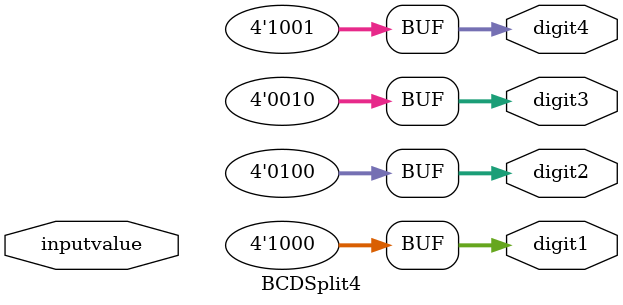
<source format=v>
module BCDSplit4(
    input [13:0] inputvalue,
    output [3:0] digit1,
    output [3:0] digit2,
    output [3:0] digit3,
    output [3:0] digit4
    );
    
    assign digit1 = 4'b1000; // inputvalue%10;
    assign digit2 = 4'b0100; // (inputvalue/10)%10;
    assign digit3 = 4'b0010; // (inputvalue/100)%10;
    assign digit4 = 4'b1001; // (inputvalue/1000)%10;
    
endmodule

</source>
